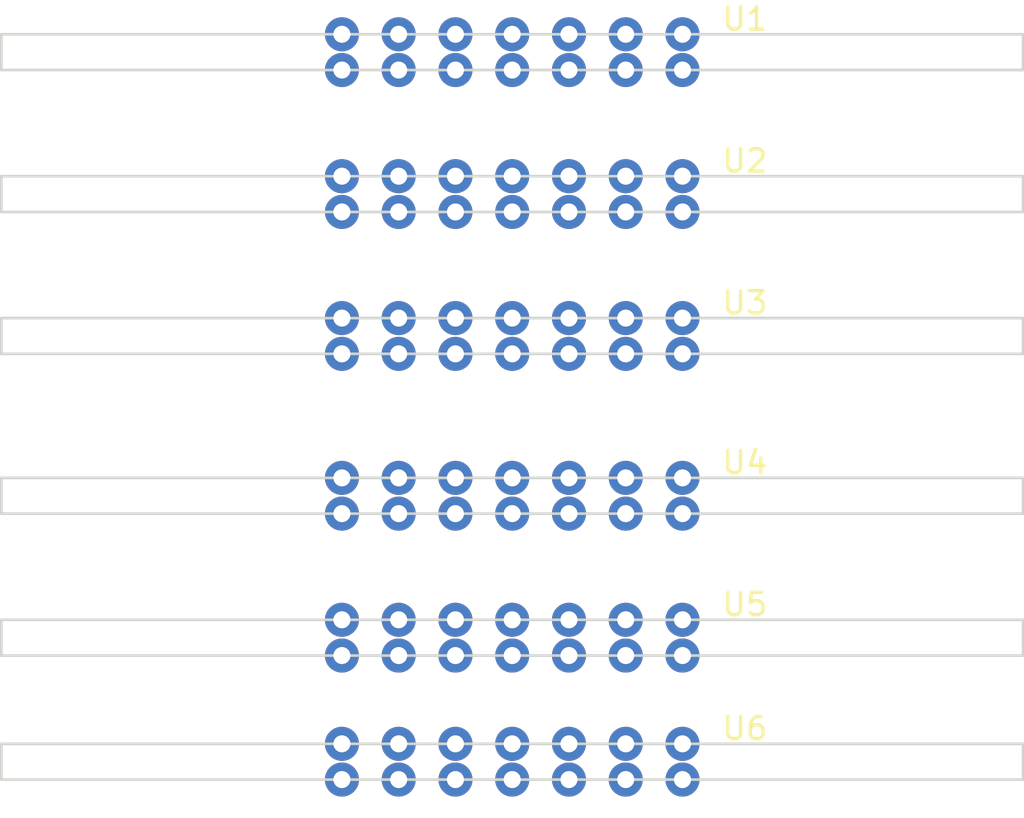
<source format=kicad_pcb>
(kicad_pcb (version 20241229) (generator "pcbnew") (generator_version "9.0")
  (layers (0 "F.Cu" signal) (2 "B.Cu" signal) (13 "F.Paste" user) (15 "B.Paste" user) (5 "F.SilkS" user "F.Silkscreen") (7 "B.SilkS" user "B.Silkscreen") (1 "F.Mask" user) (3 "B.Mask" user) (25 "Edge.Cuts" user))
  (net 0 "")
  (net 1 "A1")
  (net 2 "B1")
  (net 3 "Carry In")
  (net 4 "VDD")
  (net 5 "VSS")
  (net 6 "O1")
  (net 7 "Net-(U1-Pad7)")
  (net 8 "A2")
  (net 9 "B2")
  (net 10 "O2")
  (net 11 "Net-(U2-Pad7)")
  (net 12 "A3")
  (net 13 "B3")
  (net 14 "O3")
  (net 15 "Net-(U3-Pad7)")
  (net 16 "A4")
  (net 17 "B4")
  (net 18 "O4")
  (net 19 "Net-(U4-Pad7)")
  (net 20 "A5")
  (net 21 "B5")
  (net 22 "O5")
  (net 23 "Net-(U5-Pad7)")
  (net 24 "A6")
  (net 25 "B6")
  (net 26 "O6")
  (net 27 "Carry Out")
  (footprint "FullAdder:FullAdder" (layer "F.Cu") (at 148.59 111.2899)
    (property "Reference" "U5" (at 10.414 -1.4859 0) (layer "F.SilkS"))
    (property "Value" "FullAdder")
    (fp_line (start -22.86 -0.7999) (end -22.86 0.8001) (stroke (width 0.12)) (layer "Edge.Cuts"))
    (fp_line (start -22.86 -0.7999) (end 22.86 -0.7999) (stroke (width 0.12)) (layer "Edge.Cuts"))
    (fp_line (start -22.86 0.8001) (end 22.86 0.8001) (stroke (width 0.12)) (layer "Edge.Cuts"))
    (fp_line (start 22.86 -0.7999) (end 22.86 0.8001) (stroke (width 0.12)) (layer "Edge.Cuts"))
    (pad "1" thru_hole circle (at -7.62 -0.7999) (size 1.524 1.524) (drill 0.762) (layers "*.Cu" "*.Mask") (net 19 "Net-(U4-Pad7)"))
    (pad "1" thru_hole circle (at -7.62 0.8001) (size 1.524 1.524) (drill 0.762) (layers "*.Cu" "*.Mask") (net 19 "Net-(U4-Pad7)"))
    (pad "2" thru_hole circle (at -5.08 -0.7999) (size 1.524 1.524) (drill 0.762) (layers "*.Cu" "*.Mask") (net 20 "A5"))
    (pad "2" thru_hole circle (at -5.08 0.8001) (size 1.524 1.524) (drill 0.762) (layers "*.Cu" "*.Mask") (net 20 "A5"))
    (pad "3" thru_hole circle (at -2.54 -0.7999) (size 1.524 1.524) (drill 0.762) (layers "*.Cu" "*.Mask") (net 21 "B5"))
    (pad "3" thru_hole circle (at -2.54 0.8001) (size 1.524 1.524) (drill 0.762) (layers "*.Cu" "*.Mask") (net 21 "B5"))
    (pad "4" thru_hole circle (at 0 -0.7999) (size 1.524 1.524) (drill 0.762) (layers "*.Cu" "*.Mask") (net 4 "VDD"))
    (pad "4" thru_hole circle (at 0 0.8001) (size 1.524 1.524) (drill 0.762) (layers "*.Cu" "*.Mask") (net 4 "VDD"))
    (pad "5" thru_hole circle (at 2.54 -0.7999) (size 1.524 1.524) (drill 0.762) (layers "*.Cu" "*.Mask") (net 5 "VSS"))
    (pad "5" thru_hole circle (at 2.54 0.8001) (size 1.524 1.524) (drill 0.762) (layers "*.Cu" "*.Mask") (net 5 "VSS"))
    (pad "6" thru_hole circle (at 5.08 -0.7999) (size 1.524 1.524) (drill 0.762) (layers "*.Cu" "*.Mask") (net 22 "O5"))
    (pad "6" thru_hole circle (at 5.08 0.8001) (size 1.524 1.524) (drill 0.762) (layers "*.Cu" "*.Mask") (net 22 "O5"))
    (pad "7" thru_hole circle (at 7.62 -0.7999) (size 1.524 1.524) (drill 0.762) (layers "*.Cu" "*.Mask") (net 23 "Net-(U5-Pad7)"))
    (pad "7" thru_hole circle (at 7.62 0.8001) (size 1.524 1.524) (drill 0.762) (layers "*.Cu" "*.Mask") (net 23 "Net-(U5-Pad7)"))
  )
  (footprint "FullAdder:FullAdder" (layer "F.Cu") (at 148.59 85.09)
    (property "Reference" "U1" (at 10.414 -1.4859 0) (layer "F.SilkS"))
    (property "Value" "FullAdder")
    (fp_line (start -22.86 -0.7999) (end -22.86 0.8001) (stroke (width 0.12)) (layer "Edge.Cuts"))
    (fp_line (start -22.86 -0.7999) (end 22.86 -0.7999) (stroke (width 0.12)) (layer "Edge.Cuts"))
    (fp_line (start -22.86 0.8001) (end 22.86 0.8001) (stroke (width 0.12)) (layer "Edge.Cuts"))
    (fp_line (start 22.86 -0.7999) (end 22.86 0.8001) (stroke (width 0.12)) (layer "Edge.Cuts"))
    (pad "1" thru_hole circle (at -7.62 -0.7999) (size 1.524 1.524) (drill 0.762) (layers "*.Cu" "*.Mask") (net 1 "A1"))
    (pad "1" thru_hole circle (at -7.62 0.8001) (size 1.524 1.524) (drill 0.762) (layers "*.Cu" "*.Mask") (net 1 "A1"))
    (pad "2" thru_hole circle (at -5.08 -0.7999) (size 1.524 1.524) (drill 0.762) (layers "*.Cu" "*.Mask") (net 2 "B1"))
    (pad "2" thru_hole circle (at -5.08 0.8001) (size 1.524 1.524) (drill 0.762) (layers "*.Cu" "*.Mask") (net 2 "B1"))
    (pad "3" thru_hole circle (at -2.54 -0.7999) (size 1.524 1.524) (drill 0.762) (layers "*.Cu" "*.Mask") (net 3 "Carry In"))
    (pad "3" thru_hole circle (at -2.54 0.8001) (size 1.524 1.524) (drill 0.762) (layers "*.Cu" "*.Mask") (net 3 "Carry In"))
    (pad "4" thru_hole circle (at 0 -0.7999) (size 1.524 1.524) (drill 0.762) (layers "*.Cu" "*.Mask") (net 4 "VDD"))
    (pad "4" thru_hole circle (at 0 0.8001) (size 1.524 1.524) (drill 0.762) (layers "*.Cu" "*.Mask") (net 4 "VDD"))
    (pad "5" thru_hole circle (at 2.54 -0.7999) (size 1.524 1.524) (drill 0.762) (layers "*.Cu" "*.Mask") (net 5 "VSS"))
    (pad "5" thru_hole circle (at 2.54 0.8001) (size 1.524 1.524) (drill 0.762) (layers "*.Cu" "*.Mask") (net 5 "VSS"))
    (pad "6" thru_hole circle (at 5.08 -0.7999) (size 1.524 1.524) (drill 0.762) (layers "*.Cu" "*.Mask") (net 6 "O1"))
    (pad "6" thru_hole circle (at 5.08 0.8001) (size 1.524 1.524) (drill 0.762) (layers "*.Cu" "*.Mask") (net 6 "O1"))
    (pad "7" thru_hole circle (at 7.62 -0.7999) (size 1.524 1.524) (drill 0.762) (layers "*.Cu" "*.Mask") (net 7 "Net-(U1-Pad7)"))
    (pad "7" thru_hole circle (at 7.62 0.8001) (size 1.524 1.524) (drill 0.762) (layers "*.Cu" "*.Mask") (net 7 "Net-(U1-Pad7)"))
  )
  (footprint "FullAdder:FullAdder" (layer "F.Cu") (at 148.59 116.84)
    (property "Reference" "U6" (at 10.414 -1.4859 0) (layer "F.SilkS"))
    (property "Value" "FullAdder")
    (fp_line (start -22.86 -0.7999) (end -22.86 0.8001) (stroke (width 0.12)) (layer "Edge.Cuts"))
    (fp_line (start -22.86 -0.7999) (end 22.86 -0.7999) (stroke (width 0.12)) (layer "Edge.Cuts"))
    (fp_line (start -22.86 0.8001) (end 22.86 0.8001) (stroke (width 0.12)) (layer "Edge.Cuts"))
    (fp_line (start 22.86 -0.7999) (end 22.86 0.8001) (stroke (width 0.12)) (layer "Edge.Cuts"))
    (pad "1" thru_hole circle (at -7.62 -0.7999) (size 1.524 1.524) (drill 0.762) (layers "*.Cu" "*.Mask") (net 23 "Net-(U5-Pad7)"))
    (pad "1" thru_hole circle (at -7.62 0.8001) (size 1.524 1.524) (drill 0.762) (layers "*.Cu" "*.Mask") (net 23 "Net-(U5-Pad7)"))
    (pad "2" thru_hole circle (at -5.08 -0.7999) (size 1.524 1.524) (drill 0.762) (layers "*.Cu" "*.Mask") (net 24 "A6"))
    (pad "2" thru_hole circle (at -5.08 0.8001) (size 1.524 1.524) (drill 0.762) (layers "*.Cu" "*.Mask") (net 24 "A6"))
    (pad "3" thru_hole circle (at -2.54 -0.7999) (size 1.524 1.524) (drill 0.762) (layers "*.Cu" "*.Mask") (net 25 "B6"))
    (pad "3" thru_hole circle (at -2.54 0.8001) (size 1.524 1.524) (drill 0.762) (layers "*.Cu" "*.Mask") (net 25 "B6"))
    (pad "4" thru_hole circle (at 0 -0.7999) (size 1.524 1.524) (drill 0.762) (layers "*.Cu" "*.Mask") (net 4 "VDD"))
    (pad "4" thru_hole circle (at 0 0.8001) (size 1.524 1.524) (drill 0.762) (layers "*.Cu" "*.Mask") (net 4 "VDD"))
    (pad "5" thru_hole circle (at 2.54 -0.7999) (size 1.524 1.524) (drill 0.762) (layers "*.Cu" "*.Mask") (net 5 "VSS"))
    (pad "5" thru_hole circle (at 2.54 0.8001) (size 1.524 1.524) (drill 0.762) (layers "*.Cu" "*.Mask") (net 5 "VSS"))
    (pad "6" thru_hole circle (at 5.08 -0.7999) (size 1.524 1.524) (drill 0.762) (layers "*.Cu" "*.Mask") (net 26 "O6"))
    (pad "6" thru_hole circle (at 5.08 0.8001) (size 1.524 1.524) (drill 0.762) (layers "*.Cu" "*.Mask") (net 26 "O6"))
    (pad "7" thru_hole circle (at 7.62 -0.7999) (size 1.524 1.524) (drill 0.762) (layers "*.Cu" "*.Mask") (net 27 "Carry Out"))
    (pad "7" thru_hole circle (at 7.62 0.8001) (size 1.524 1.524) (drill 0.762) (layers "*.Cu" "*.Mask") (net 27 "Carry Out"))
  )
  (footprint "FullAdder:FullAdder" (layer "F.Cu") (at 148.59 104.9399)
    (property "Reference" "U4" (at 10.414 -1.4859 0) (layer "F.SilkS"))
    (property "Value" "FullAdder")
    (fp_line (start -22.86 -0.7999) (end -22.86 0.8001) (stroke (width 0.12)) (layer "Edge.Cuts"))
    (fp_line (start -22.86 -0.7999) (end 22.86 -0.7999) (stroke (width 0.12)) (layer "Edge.Cuts"))
    (fp_line (start -22.86 0.8001) (end 22.86 0.8001) (stroke (width 0.12)) (layer "Edge.Cuts"))
    (fp_line (start 22.86 -0.7999) (end 22.86 0.8001) (stroke (width 0.12)) (layer "Edge.Cuts"))
    (pad "1" thru_hole circle (at -7.62 -0.7999) (size 1.524 1.524) (drill 0.762) (layers "*.Cu" "*.Mask") (net 15 "Net-(U3-Pad7)"))
    (pad "1" thru_hole circle (at -7.62 0.8001) (size 1.524 1.524) (drill 0.762) (layers "*.Cu" "*.Mask") (net 15 "Net-(U3-Pad7)"))
    (pad "2" thru_hole circle (at -5.08 -0.7999) (size 1.524 1.524) (drill 0.762) (layers "*.Cu" "*.Mask") (net 16 "A4"))
    (pad "2" thru_hole circle (at -5.08 0.8001) (size 1.524 1.524) (drill 0.762) (layers "*.Cu" "*.Mask") (net 16 "A4"))
    (pad "3" thru_hole circle (at -2.54 -0.7999) (size 1.524 1.524) (drill 0.762) (layers "*.Cu" "*.Mask") (net 17 "B4"))
    (pad "3" thru_hole circle (at -2.54 0.8001) (size 1.524 1.524) (drill 0.762) (layers "*.Cu" "*.Mask") (net 17 "B4"))
    (pad "4" thru_hole circle (at 0 -0.7999) (size 1.524 1.524) (drill 0.762) (layers "*.Cu" "*.Mask") (net 4 "VDD"))
    (pad "4" thru_hole circle (at 0 0.8001) (size 1.524 1.524) (drill 0.762) (layers "*.Cu" "*.Mask") (net 4 "VDD"))
    (pad "5" thru_hole circle (at 2.54 -0.7999) (size 1.524 1.524) (drill 0.762) (layers "*.Cu" "*.Mask") (net 5 "VSS"))
    (pad "5" thru_hole circle (at 2.54 0.8001) (size 1.524 1.524) (drill 0.762) (layers "*.Cu" "*.Mask") (net 5 "VSS"))
    (pad "6" thru_hole circle (at 5.08 -0.7999) (size 1.524 1.524) (drill 0.762) (layers "*.Cu" "*.Mask") (net 18 "O4"))
    (pad "6" thru_hole circle (at 5.08 0.8001) (size 1.524 1.524) (drill 0.762) (layers "*.Cu" "*.Mask") (net 18 "O4"))
    (pad "7" thru_hole circle (at 7.62 -0.7999) (size 1.524 1.524) (drill 0.762) (layers "*.Cu" "*.Mask") (net 19 "Net-(U4-Pad7)"))
    (pad "7" thru_hole circle (at 7.62 0.8001) (size 1.524 1.524) (drill 0.762) (layers "*.Cu" "*.Mask") (net 19 "Net-(U4-Pad7)"))
  )
  (footprint "FullAdder:FullAdder" (layer "F.Cu") (at 148.59 97.79)
    (property "Reference" "U3" (at 10.414 -1.4859 0) (layer "F.SilkS"))
    (property "Value" "FullAdder")
    (fp_line (start -22.86 -0.7999) (end -22.86 0.8001) (stroke (width 0.12)) (layer "Edge.Cuts"))
    (fp_line (start -22.86 -0.7999) (end 22.86 -0.7999) (stroke (width 0.12)) (layer "Edge.Cuts"))
    (fp_line (start -22.86 0.8001) (end 22.86 0.8001) (stroke (width 0.12)) (layer "Edge.Cuts"))
    (fp_line (start 22.86 -0.7999) (end 22.86 0.8001) (stroke (width 0.12)) (layer "Edge.Cuts"))
    (pad "1" thru_hole circle (at -7.62 -0.7999) (size 1.524 1.524) (drill 0.762) (layers "*.Cu" "*.Mask") (net 11 "Net-(U2-Pad7)"))
    (pad "1" thru_hole circle (at -7.62 0.8001) (size 1.524 1.524) (drill 0.762) (layers "*.Cu" "*.Mask") (net 11 "Net-(U2-Pad7)"))
    (pad "2" thru_hole circle (at -5.08 -0.7999) (size 1.524 1.524) (drill 0.762) (layers "*.Cu" "*.Mask") (net 12 "A3"))
    (pad "2" thru_hole circle (at -5.08 0.8001) (size 1.524 1.524) (drill 0.762) (layers "*.Cu" "*.Mask") (net 12 "A3"))
    (pad "3" thru_hole circle (at -2.54 -0.7999) (size 1.524 1.524) (drill 0.762) (layers "*.Cu" "*.Mask") (net 13 "B3"))
    (pad "3" thru_hole circle (at -2.54 0.8001) (size 1.524 1.524) (drill 0.762) (layers "*.Cu" "*.Mask") (net 13 "B3"))
    (pad "4" thru_hole circle (at 0 -0.7999) (size 1.524 1.524) (drill 0.762) (layers "*.Cu" "*.Mask") (net 4 "VDD"))
    (pad "4" thru_hole circle (at 0 0.8001) (size 1.524 1.524) (drill 0.762) (layers "*.Cu" "*.Mask") (net 4 "VDD"))
    (pad "5" thru_hole circle (at 2.54 -0.7999) (size 1.524 1.524) (drill 0.762) (layers "*.Cu" "*.Mask") (net 5 "VSS"))
    (pad "5" thru_hole circle (at 2.54 0.8001) (size 1.524 1.524) (drill 0.762) (layers "*.Cu" "*.Mask") (net 5 "VSS"))
    (pad "6" thru_hole circle (at 5.08 -0.7999) (size 1.524 1.524) (drill 0.762) (layers "*.Cu" "*.Mask") (net 14 "O3"))
    (pad "6" thru_hole circle (at 5.08 0.8001) (size 1.524 1.524) (drill 0.762) (layers "*.Cu" "*.Mask") (net 14 "O3"))
    (pad "7" thru_hole circle (at 7.62 -0.7999) (size 1.524 1.524) (drill 0.762) (layers "*.Cu" "*.Mask") (net 15 "Net-(U3-Pad7)"))
    (pad "7" thru_hole circle (at 7.62 0.8001) (size 1.524 1.524) (drill 0.762) (layers "*.Cu" "*.Mask") (net 15 "Net-(U3-Pad7)"))
  )
  (footprint "FullAdder:FullAdder" (layer "F.Cu") (at 148.59 91.44)
    (property "Reference" "U2" (at 10.414 -1.4859 0) (layer "F.SilkS"))
    (property "Value" "FullAdder")
    (fp_line (start -22.86 -0.7999) (end -22.86 0.8001) (stroke (width 0.12)) (layer "Edge.Cuts"))
    (fp_line (start -22.86 -0.7999) (end 22.86 -0.7999) (stroke (width 0.12)) (layer "Edge.Cuts"))
    (fp_line (start -22.86 0.8001) (end 22.86 0.8001) (stroke (width 0.12)) (layer "Edge.Cuts"))
    (fp_line (start 22.86 -0.7999) (end 22.86 0.8001) (stroke (width 0.12)) (layer "Edge.Cuts"))
    (pad "1" thru_hole circle (at -7.62 -0.7999) (size 1.524 1.524) (drill 0.762) (layers "*.Cu" "*.Mask") (net 7 "Net-(U1-Pad7)"))
    (pad "1" thru_hole circle (at -7.62 0.8001) (size 1.524 1.524) (drill 0.762) (layers "*.Cu" "*.Mask") (net 7 "Net-(U1-Pad7)"))
    (pad "2" thru_hole circle (at -5.08 -0.7999) (size 1.524 1.524) (drill 0.762) (layers "*.Cu" "*.Mask") (net 8 "A2"))
    (pad "2" thru_hole circle (at -5.08 0.8001) (size 1.524 1.524) (drill 0.762) (layers "*.Cu" "*.Mask") (net 8 "A2"))
    (pad "3" thru_hole circle (at -2.54 -0.7999) (size 1.524 1.524) (drill 0.762) (layers "*.Cu" "*.Mask") (net 9 "B2"))
    (pad "3" thru_hole circle (at -2.54 0.8001) (size 1.524 1.524) (drill 0.762) (layers "*.Cu" "*.Mask") (net 9 "B2"))
    (pad "4" thru_hole circle (at 0 -0.7999) (size 1.524 1.524) (drill 0.762) (layers "*.Cu" "*.Mask") (net 4 "VDD"))
    (pad "4" thru_hole circle (at 0 0.8001) (size 1.524 1.524) (drill 0.762) (layers "*.Cu" "*.Mask") (net 4 "VDD"))
    (pad "5" thru_hole circle (at 2.54 -0.7999) (size 1.524 1.524) (drill 0.762) (layers "*.Cu" "*.Mask") (net 5 "VSS"))
    (pad "5" thru_hole circle (at 2.54 0.8001) (size 1.524 1.524) (drill 0.762) (layers "*.Cu" "*.Mask") (net 5 "VSS"))
    (pad "6" thru_hole circle (at 5.08 -0.7999) (size 1.524 1.524) (drill 0.762) (layers "*.Cu" "*.Mask") (net 10 "O2"))
    (pad "6" thru_hole circle (at 5.08 0.8001) (size 1.524 1.524) (drill 0.762) (layers "*.Cu" "*.Mask") (net 10 "O2"))
    (pad "7" thru_hole circle (at 7.62 -0.7999) (size 1.524 1.524) (drill 0.762) (layers "*.Cu" "*.Mask") (net 11 "Net-(U2-Pad7)"))
    (pad "7" thru_hole circle (at 7.62 0.8001) (size 1.524 1.524) (drill 0.762) (layers "*.Cu" "*.Mask") (net 11 "Net-(U2-Pad7)"))
  )
)
</source>
